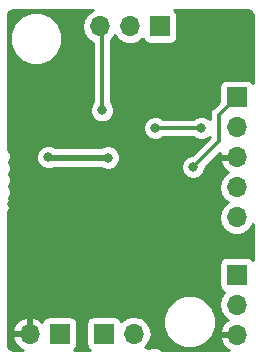
<source format=gbr>
G04 #@! TF.GenerationSoftware,KiCad,Pcbnew,5.0.2-bee76a0~70~ubuntu18.04.1*
G04 #@! TF.CreationDate,2019-07-19T10:46:57+02:00*
G04 #@! TF.ProjectId,AutoGardener_Outdoor,4175746f-4761-4726-9465-6e65725f4f75,rev?*
G04 #@! TF.SameCoordinates,Original*
G04 #@! TF.FileFunction,Copper,L2,Bot*
G04 #@! TF.FilePolarity,Positive*
%FSLAX46Y46*%
G04 Gerber Fmt 4.6, Leading zero omitted, Abs format (unit mm)*
G04 Created by KiCad (PCBNEW 5.0.2-bee76a0~70~ubuntu18.04.1) date Fri 19 Jul 2019 10:46:57 CEST*
%MOMM*%
%LPD*%
G01*
G04 APERTURE LIST*
G04 #@! TA.AperFunction,ComponentPad*
%ADD10O,1.700000X1.700000*%
G04 #@! TD*
G04 #@! TA.AperFunction,ComponentPad*
%ADD11R,1.700000X1.700000*%
G04 #@! TD*
G04 #@! TA.AperFunction,ViaPad*
%ADD12C,0.800000*%
G04 #@! TD*
G04 #@! TA.AperFunction,Conductor*
%ADD13C,0.300000*%
G04 #@! TD*
G04 #@! TA.AperFunction,Conductor*
%ADD14C,0.500000*%
G04 #@! TD*
G04 #@! TA.AperFunction,Conductor*
%ADD15C,0.254000*%
G04 #@! TD*
G04 APERTURE END LIST*
D10*
G04 #@! TO.P,BAT1,2*
G04 #@! TO.N,GND*
X182460000Y-148000000D03*
D11*
G04 #@! TO.P,BAT1,1*
G04 #@! TO.N,+5V*
X185000000Y-148000000D03*
G04 #@! TD*
G04 #@! TO.P,J4,1*
G04 #@! TO.N,+5V*
X188750000Y-148000000D03*
D10*
G04 #@! TO.P,J4,2*
G04 #@! TO.N,Net-(J4-Pad2)*
X191290000Y-148000000D03*
G04 #@! TD*
G04 #@! TO.P,J2,3*
G04 #@! TO.N,GND*
X200000000Y-148080000D03*
G04 #@! TO.P,J2,2*
G04 #@! TO.N,/UART_TX*
X200000000Y-145540000D03*
D11*
G04 #@! TO.P,J2,1*
G04 #@! TO.N,/UART_RX*
X200000000Y-143000000D03*
G04 #@! TD*
G04 #@! TO.P,J3,1*
G04 #@! TO.N,Net-(J3-Pad1)*
X193500000Y-122000000D03*
D10*
G04 #@! TO.P,J3,2*
G04 #@! TO.N,VCC*
X190960000Y-122000000D03*
G04 #@! TO.P,J3,3*
G04 #@! TO.N,/ADC_SOIL1*
X188420000Y-122000000D03*
G04 #@! TD*
D11*
G04 #@! TO.P,J1,1*
G04 #@! TO.N,VCC*
X200000000Y-128000000D03*
D10*
G04 #@! TO.P,J1,2*
G04 #@! TO.N,/SWCLK*
X200000000Y-130540000D03*
G04 #@! TO.P,J1,3*
G04 #@! TO.N,GND*
X200000000Y-133080000D03*
G04 #@! TO.P,J1,4*
G04 #@! TO.N,/SWDIO*
X200000000Y-135620000D03*
G04 #@! TO.P,J1,5*
G04 #@! TO.N,/NRST*
X200000000Y-138160000D03*
G04 #@! TD*
D12*
G04 #@! TO.N,GND*
X181000000Y-126000000D03*
X181000000Y-132000000D03*
X181000000Y-137000000D03*
X181000000Y-142000000D03*
X181000000Y-147000000D03*
X193000000Y-147000000D03*
X181000000Y-121000000D03*
X185000000Y-121000000D03*
X187000000Y-144000000D03*
X187000000Y-146000000D03*
X195000000Y-124000000D03*
X200000000Y-122000000D03*
X190000000Y-125000000D03*
X196000000Y-122000000D03*
X198000000Y-123000000D03*
X186500000Y-126500000D03*
X183000000Y-126500000D03*
X192500000Y-125000000D03*
X191500000Y-129500000D03*
X190000000Y-131500000D03*
X193000000Y-132000000D03*
X196500000Y-144000000D03*
X195000000Y-141500000D03*
X191000000Y-137000000D03*
X193000000Y-145000000D03*
X186000000Y-137500000D03*
G04 #@! TO.N,/NRST*
X197000000Y-130600000D03*
X193100000Y-130600000D03*
G04 #@! TO.N,VCC*
X184037500Y-133062500D03*
X189100000Y-133100000D03*
X196300004Y-133900000D03*
G04 #@! TO.N,/ADC_SOIL1*
X188600000Y-129100000D03*
G04 #@! TD*
D13*
G04 #@! TO.N,/NRST*
X197000000Y-130600000D02*
X193100000Y-130600000D01*
D14*
G04 #@! TO.N,VCC*
X184075000Y-133100000D02*
X184037500Y-133062500D01*
X189100000Y-133100000D02*
X189100000Y-133100000D01*
X189100000Y-133100000D02*
X184075000Y-133100000D01*
D13*
X196700003Y-133500001D02*
X196300004Y-133900000D01*
X198500000Y-131700004D02*
X196700003Y-133500001D01*
X200000000Y-128000000D02*
X198500000Y-129500000D01*
X198500000Y-129500000D02*
X198500000Y-131700004D01*
G04 #@! TO.N,/ADC_SOIL1*
X188600000Y-122180000D02*
X188600000Y-129100000D01*
X188420000Y-122000000D02*
X188600000Y-122180000D01*
G04 #@! TD*
D15*
G04 #@! TO.N,GND*
G36*
X187355142Y-120935142D02*
X187028697Y-121423703D01*
X186914064Y-122000000D01*
X187028697Y-122576297D01*
X187355142Y-123064858D01*
X187823000Y-123377470D01*
X187823001Y-128424602D01*
X187729352Y-128518251D01*
X187573000Y-128895717D01*
X187573000Y-129304283D01*
X187729352Y-129681749D01*
X188018251Y-129970648D01*
X188395717Y-130127000D01*
X188804283Y-130127000D01*
X189181749Y-129970648D01*
X189470648Y-129681749D01*
X189627000Y-129304283D01*
X189627000Y-128895717D01*
X189470648Y-128518251D01*
X189377000Y-128424603D01*
X189377000Y-123136926D01*
X189484858Y-123064858D01*
X189690000Y-122757840D01*
X189895142Y-123064858D01*
X190383703Y-123391303D01*
X190814529Y-123477000D01*
X191105471Y-123477000D01*
X191536297Y-123391303D01*
X192024858Y-123064858D01*
X192046895Y-123031877D01*
X192059380Y-123094643D01*
X192197959Y-123302041D01*
X192405357Y-123440620D01*
X192650000Y-123489283D01*
X194350000Y-123489283D01*
X194594643Y-123440620D01*
X194802041Y-123302041D01*
X194940620Y-123094643D01*
X194989283Y-122850000D01*
X194989283Y-121150000D01*
X194940620Y-120905357D01*
X194802041Y-120697959D01*
X194696592Y-120627500D01*
X200938196Y-120627500D01*
X201137846Y-120667213D01*
X201254704Y-120745295D01*
X201332788Y-120862155D01*
X201372501Y-121061808D01*
X201372500Y-126803409D01*
X201302041Y-126697959D01*
X201094643Y-126559380D01*
X200850000Y-126510717D01*
X199150000Y-126510717D01*
X198905357Y-126559380D01*
X198697959Y-126697959D01*
X198559380Y-126905357D01*
X198510717Y-127150000D01*
X198510717Y-128390440D01*
X198004695Y-128896462D01*
X197939814Y-128939814D01*
X197768082Y-129196831D01*
X197747155Y-129302041D01*
X197707778Y-129500000D01*
X197723000Y-129576526D01*
X197723000Y-129870603D01*
X197581749Y-129729352D01*
X197204283Y-129573000D01*
X196795717Y-129573000D01*
X196418251Y-129729352D01*
X196324603Y-129823000D01*
X193775397Y-129823000D01*
X193681749Y-129729352D01*
X193304283Y-129573000D01*
X192895717Y-129573000D01*
X192518251Y-129729352D01*
X192229352Y-130018251D01*
X192073000Y-130395717D01*
X192073000Y-130804283D01*
X192229352Y-131181749D01*
X192518251Y-131470648D01*
X192895717Y-131627000D01*
X193304283Y-131627000D01*
X193681749Y-131470648D01*
X193775397Y-131377000D01*
X196324603Y-131377000D01*
X196418251Y-131470648D01*
X196795717Y-131627000D01*
X197204283Y-131627000D01*
X197581749Y-131470648D01*
X197723001Y-131329396D01*
X197723001Y-131378159D01*
X196228161Y-132873000D01*
X196095721Y-132873000D01*
X195718255Y-133029352D01*
X195429356Y-133318251D01*
X195273004Y-133695717D01*
X195273004Y-134104283D01*
X195429356Y-134481749D01*
X195718255Y-134770648D01*
X196095721Y-134927000D01*
X196504287Y-134927000D01*
X196881753Y-134770648D01*
X197170652Y-134481749D01*
X197327004Y-134104283D01*
X197327004Y-133971843D01*
X198564470Y-132734377D01*
X198679845Y-132953000D01*
X199873000Y-132953000D01*
X199873000Y-132933000D01*
X200127000Y-132933000D01*
X200127000Y-132953000D01*
X200147000Y-132953000D01*
X200147000Y-133207000D01*
X200127000Y-133207000D01*
X200127000Y-133227000D01*
X199873000Y-133227000D01*
X199873000Y-133207000D01*
X198679845Y-133207000D01*
X198558524Y-133436890D01*
X198728355Y-133846924D01*
X199118642Y-134275183D01*
X199256934Y-134340128D01*
X198935142Y-134555142D01*
X198608697Y-135043703D01*
X198494064Y-135620000D01*
X198608697Y-136196297D01*
X198935142Y-136684858D01*
X199242160Y-136890000D01*
X198935142Y-137095142D01*
X198608697Y-137583703D01*
X198494064Y-138160000D01*
X198608697Y-138736297D01*
X198935142Y-139224858D01*
X199423703Y-139551303D01*
X199854529Y-139637000D01*
X200145471Y-139637000D01*
X200576297Y-139551303D01*
X201064858Y-139224858D01*
X201372500Y-138764438D01*
X201372500Y-141803409D01*
X201302041Y-141697959D01*
X201094643Y-141559380D01*
X200850000Y-141510717D01*
X199150000Y-141510717D01*
X198905357Y-141559380D01*
X198697959Y-141697959D01*
X198559380Y-141905357D01*
X198510717Y-142150000D01*
X198510717Y-143850000D01*
X198559380Y-144094643D01*
X198697959Y-144302041D01*
X198905357Y-144440620D01*
X198968123Y-144453105D01*
X198935142Y-144475142D01*
X198608697Y-144963703D01*
X198494064Y-145540000D01*
X198608697Y-146116297D01*
X198935142Y-146604858D01*
X199256934Y-146819872D01*
X199118642Y-146884817D01*
X198728355Y-147313076D01*
X198558524Y-147723110D01*
X198679845Y-147953000D01*
X199873000Y-147953000D01*
X199873000Y-147933000D01*
X200127000Y-147933000D01*
X200127000Y-147953000D01*
X200147000Y-147953000D01*
X200147000Y-148207000D01*
X200127000Y-148207000D01*
X200127000Y-148227000D01*
X199873000Y-148227000D01*
X199873000Y-148207000D01*
X198679845Y-148207000D01*
X198558524Y-148436890D01*
X198728355Y-148846924D01*
X199118642Y-149275183D01*
X199325864Y-149372500D01*
X193688199Y-149372500D01*
X193627584Y-149384557D01*
X193627581Y-149384557D01*
X193625279Y-149385015D01*
X193496780Y-149256516D01*
X193174446Y-149123000D01*
X192825554Y-149123000D01*
X192503220Y-149256516D01*
X192500000Y-149259736D01*
X192496780Y-149256516D01*
X192232101Y-149146882D01*
X192354858Y-149064858D01*
X192681303Y-148576297D01*
X192795936Y-148000000D01*
X192681303Y-147423703D01*
X192354858Y-146935142D01*
X191866297Y-146608697D01*
X191606511Y-146557022D01*
X193773000Y-146557022D01*
X193773000Y-147442978D01*
X194112040Y-148261494D01*
X194738506Y-148887960D01*
X195557022Y-149227000D01*
X196442978Y-149227000D01*
X197261494Y-148887960D01*
X197887960Y-148261494D01*
X198227000Y-147442978D01*
X198227000Y-146557022D01*
X197887960Y-145738506D01*
X197261494Y-145112040D01*
X196442978Y-144773000D01*
X195557022Y-144773000D01*
X194738506Y-145112040D01*
X194112040Y-145738506D01*
X193773000Y-146557022D01*
X191606511Y-146557022D01*
X191435471Y-146523000D01*
X191144529Y-146523000D01*
X190713703Y-146608697D01*
X190225142Y-146935142D01*
X190203105Y-146968123D01*
X190190620Y-146905357D01*
X190052041Y-146697959D01*
X189844643Y-146559380D01*
X189600000Y-146510717D01*
X187900000Y-146510717D01*
X187655357Y-146559380D01*
X187447959Y-146697959D01*
X187309380Y-146905357D01*
X187260717Y-147150000D01*
X187260717Y-148850000D01*
X187309380Y-149094643D01*
X187447959Y-149302041D01*
X187553408Y-149372500D01*
X186196592Y-149372500D01*
X186302041Y-149302041D01*
X186440620Y-149094643D01*
X186489283Y-148850000D01*
X186489283Y-147150000D01*
X186440620Y-146905357D01*
X186302041Y-146697959D01*
X186094643Y-146559380D01*
X185850000Y-146510717D01*
X184150000Y-146510717D01*
X183905357Y-146559380D01*
X183697959Y-146697959D01*
X183559380Y-146905357D01*
X183538167Y-147012001D01*
X183226924Y-146728355D01*
X182816890Y-146558524D01*
X182587000Y-146679845D01*
X182587000Y-147873000D01*
X182607000Y-147873000D01*
X182607000Y-148127000D01*
X182587000Y-148127000D01*
X182587000Y-148147000D01*
X182333000Y-148147000D01*
X182333000Y-148127000D01*
X181139181Y-148127000D01*
X181018514Y-148356892D01*
X181264817Y-148881358D01*
X181693076Y-149271645D01*
X181936577Y-149372500D01*
X181061803Y-149372500D01*
X180862155Y-149332788D01*
X180745295Y-149254704D01*
X180667213Y-149137846D01*
X180627500Y-148938196D01*
X180627500Y-147643108D01*
X181018514Y-147643108D01*
X181139181Y-147873000D01*
X182333000Y-147873000D01*
X182333000Y-146679845D01*
X182103110Y-146558524D01*
X181693076Y-146728355D01*
X181264817Y-147118642D01*
X181018514Y-147643108D01*
X180627500Y-147643108D01*
X180627500Y-137688199D01*
X180615443Y-137627584D01*
X180615443Y-137627581D01*
X180614985Y-137625279D01*
X180743484Y-137496780D01*
X180877000Y-137174446D01*
X180877000Y-136825554D01*
X180743484Y-136503220D01*
X180740264Y-136500000D01*
X180743484Y-136496780D01*
X180877000Y-136174446D01*
X180877000Y-135825554D01*
X180743484Y-135503220D01*
X180740264Y-135500000D01*
X180743484Y-135496780D01*
X180877000Y-135174446D01*
X180877000Y-134825554D01*
X180743484Y-134503220D01*
X180740264Y-134500000D01*
X180743484Y-134496780D01*
X180877000Y-134174446D01*
X180877000Y-133825554D01*
X180743484Y-133503220D01*
X180740264Y-133500000D01*
X180743484Y-133496780D01*
X180877000Y-133174446D01*
X180877000Y-132858217D01*
X183010500Y-132858217D01*
X183010500Y-133266783D01*
X183166852Y-133644249D01*
X183455751Y-133933148D01*
X183833217Y-134089500D01*
X184241783Y-134089500D01*
X184513381Y-133977000D01*
X188533586Y-133977000D01*
X188895717Y-134127000D01*
X189304283Y-134127000D01*
X189681749Y-133970648D01*
X189970648Y-133681749D01*
X190127000Y-133304283D01*
X190127000Y-132895717D01*
X189970648Y-132518251D01*
X189681749Y-132229352D01*
X189304283Y-132073000D01*
X188895717Y-132073000D01*
X188533586Y-132223000D01*
X184650397Y-132223000D01*
X184619249Y-132191852D01*
X184241783Y-132035500D01*
X183833217Y-132035500D01*
X183455751Y-132191852D01*
X183166852Y-132480751D01*
X183010500Y-132858217D01*
X180877000Y-132858217D01*
X180877000Y-132825554D01*
X180743484Y-132503220D01*
X180614985Y-132374721D01*
X180615443Y-132372419D01*
X180615443Y-132372416D01*
X180627500Y-132311801D01*
X180627500Y-122557022D01*
X180773000Y-122557022D01*
X180773000Y-123442978D01*
X181112040Y-124261494D01*
X181738506Y-124887960D01*
X182557022Y-125227000D01*
X183442978Y-125227000D01*
X184261494Y-124887960D01*
X184887960Y-124261494D01*
X185227000Y-123442978D01*
X185227000Y-122557022D01*
X184887960Y-121738506D01*
X184261494Y-121112040D01*
X183442978Y-120773000D01*
X182557022Y-120773000D01*
X181738506Y-121112040D01*
X181112040Y-121738506D01*
X180773000Y-122557022D01*
X180627500Y-122557022D01*
X180627500Y-121061804D01*
X180667213Y-120862154D01*
X180745295Y-120745296D01*
X180862155Y-120667212D01*
X181061803Y-120627500D01*
X187815562Y-120627500D01*
X187355142Y-120935142D01*
X187355142Y-120935142D01*
G37*
X187355142Y-120935142D02*
X187028697Y-121423703D01*
X186914064Y-122000000D01*
X187028697Y-122576297D01*
X187355142Y-123064858D01*
X187823000Y-123377470D01*
X187823001Y-128424602D01*
X187729352Y-128518251D01*
X187573000Y-128895717D01*
X187573000Y-129304283D01*
X187729352Y-129681749D01*
X188018251Y-129970648D01*
X188395717Y-130127000D01*
X188804283Y-130127000D01*
X189181749Y-129970648D01*
X189470648Y-129681749D01*
X189627000Y-129304283D01*
X189627000Y-128895717D01*
X189470648Y-128518251D01*
X189377000Y-128424603D01*
X189377000Y-123136926D01*
X189484858Y-123064858D01*
X189690000Y-122757840D01*
X189895142Y-123064858D01*
X190383703Y-123391303D01*
X190814529Y-123477000D01*
X191105471Y-123477000D01*
X191536297Y-123391303D01*
X192024858Y-123064858D01*
X192046895Y-123031877D01*
X192059380Y-123094643D01*
X192197959Y-123302041D01*
X192405357Y-123440620D01*
X192650000Y-123489283D01*
X194350000Y-123489283D01*
X194594643Y-123440620D01*
X194802041Y-123302041D01*
X194940620Y-123094643D01*
X194989283Y-122850000D01*
X194989283Y-121150000D01*
X194940620Y-120905357D01*
X194802041Y-120697959D01*
X194696592Y-120627500D01*
X200938196Y-120627500D01*
X201137846Y-120667213D01*
X201254704Y-120745295D01*
X201332788Y-120862155D01*
X201372501Y-121061808D01*
X201372500Y-126803409D01*
X201302041Y-126697959D01*
X201094643Y-126559380D01*
X200850000Y-126510717D01*
X199150000Y-126510717D01*
X198905357Y-126559380D01*
X198697959Y-126697959D01*
X198559380Y-126905357D01*
X198510717Y-127150000D01*
X198510717Y-128390440D01*
X198004695Y-128896462D01*
X197939814Y-128939814D01*
X197768082Y-129196831D01*
X197747155Y-129302041D01*
X197707778Y-129500000D01*
X197723000Y-129576526D01*
X197723000Y-129870603D01*
X197581749Y-129729352D01*
X197204283Y-129573000D01*
X196795717Y-129573000D01*
X196418251Y-129729352D01*
X196324603Y-129823000D01*
X193775397Y-129823000D01*
X193681749Y-129729352D01*
X193304283Y-129573000D01*
X192895717Y-129573000D01*
X192518251Y-129729352D01*
X192229352Y-130018251D01*
X192073000Y-130395717D01*
X192073000Y-130804283D01*
X192229352Y-131181749D01*
X192518251Y-131470648D01*
X192895717Y-131627000D01*
X193304283Y-131627000D01*
X193681749Y-131470648D01*
X193775397Y-131377000D01*
X196324603Y-131377000D01*
X196418251Y-131470648D01*
X196795717Y-131627000D01*
X197204283Y-131627000D01*
X197581749Y-131470648D01*
X197723001Y-131329396D01*
X197723001Y-131378159D01*
X196228161Y-132873000D01*
X196095721Y-132873000D01*
X195718255Y-133029352D01*
X195429356Y-133318251D01*
X195273004Y-133695717D01*
X195273004Y-134104283D01*
X195429356Y-134481749D01*
X195718255Y-134770648D01*
X196095721Y-134927000D01*
X196504287Y-134927000D01*
X196881753Y-134770648D01*
X197170652Y-134481749D01*
X197327004Y-134104283D01*
X197327004Y-133971843D01*
X198564470Y-132734377D01*
X198679845Y-132953000D01*
X199873000Y-132953000D01*
X199873000Y-132933000D01*
X200127000Y-132933000D01*
X200127000Y-132953000D01*
X200147000Y-132953000D01*
X200147000Y-133207000D01*
X200127000Y-133207000D01*
X200127000Y-133227000D01*
X199873000Y-133227000D01*
X199873000Y-133207000D01*
X198679845Y-133207000D01*
X198558524Y-133436890D01*
X198728355Y-133846924D01*
X199118642Y-134275183D01*
X199256934Y-134340128D01*
X198935142Y-134555142D01*
X198608697Y-135043703D01*
X198494064Y-135620000D01*
X198608697Y-136196297D01*
X198935142Y-136684858D01*
X199242160Y-136890000D01*
X198935142Y-137095142D01*
X198608697Y-137583703D01*
X198494064Y-138160000D01*
X198608697Y-138736297D01*
X198935142Y-139224858D01*
X199423703Y-139551303D01*
X199854529Y-139637000D01*
X200145471Y-139637000D01*
X200576297Y-139551303D01*
X201064858Y-139224858D01*
X201372500Y-138764438D01*
X201372500Y-141803409D01*
X201302041Y-141697959D01*
X201094643Y-141559380D01*
X200850000Y-141510717D01*
X199150000Y-141510717D01*
X198905357Y-141559380D01*
X198697959Y-141697959D01*
X198559380Y-141905357D01*
X198510717Y-142150000D01*
X198510717Y-143850000D01*
X198559380Y-144094643D01*
X198697959Y-144302041D01*
X198905357Y-144440620D01*
X198968123Y-144453105D01*
X198935142Y-144475142D01*
X198608697Y-144963703D01*
X198494064Y-145540000D01*
X198608697Y-146116297D01*
X198935142Y-146604858D01*
X199256934Y-146819872D01*
X199118642Y-146884817D01*
X198728355Y-147313076D01*
X198558524Y-147723110D01*
X198679845Y-147953000D01*
X199873000Y-147953000D01*
X199873000Y-147933000D01*
X200127000Y-147933000D01*
X200127000Y-147953000D01*
X200147000Y-147953000D01*
X200147000Y-148207000D01*
X200127000Y-148207000D01*
X200127000Y-148227000D01*
X199873000Y-148227000D01*
X199873000Y-148207000D01*
X198679845Y-148207000D01*
X198558524Y-148436890D01*
X198728355Y-148846924D01*
X199118642Y-149275183D01*
X199325864Y-149372500D01*
X193688199Y-149372500D01*
X193627584Y-149384557D01*
X193627581Y-149384557D01*
X193625279Y-149385015D01*
X193496780Y-149256516D01*
X193174446Y-149123000D01*
X192825554Y-149123000D01*
X192503220Y-149256516D01*
X192500000Y-149259736D01*
X192496780Y-149256516D01*
X192232101Y-149146882D01*
X192354858Y-149064858D01*
X192681303Y-148576297D01*
X192795936Y-148000000D01*
X192681303Y-147423703D01*
X192354858Y-146935142D01*
X191866297Y-146608697D01*
X191606511Y-146557022D01*
X193773000Y-146557022D01*
X193773000Y-147442978D01*
X194112040Y-148261494D01*
X194738506Y-148887960D01*
X195557022Y-149227000D01*
X196442978Y-149227000D01*
X197261494Y-148887960D01*
X197887960Y-148261494D01*
X198227000Y-147442978D01*
X198227000Y-146557022D01*
X197887960Y-145738506D01*
X197261494Y-145112040D01*
X196442978Y-144773000D01*
X195557022Y-144773000D01*
X194738506Y-145112040D01*
X194112040Y-145738506D01*
X193773000Y-146557022D01*
X191606511Y-146557022D01*
X191435471Y-146523000D01*
X191144529Y-146523000D01*
X190713703Y-146608697D01*
X190225142Y-146935142D01*
X190203105Y-146968123D01*
X190190620Y-146905357D01*
X190052041Y-146697959D01*
X189844643Y-146559380D01*
X189600000Y-146510717D01*
X187900000Y-146510717D01*
X187655357Y-146559380D01*
X187447959Y-146697959D01*
X187309380Y-146905357D01*
X187260717Y-147150000D01*
X187260717Y-148850000D01*
X187309380Y-149094643D01*
X187447959Y-149302041D01*
X187553408Y-149372500D01*
X186196592Y-149372500D01*
X186302041Y-149302041D01*
X186440620Y-149094643D01*
X186489283Y-148850000D01*
X186489283Y-147150000D01*
X186440620Y-146905357D01*
X186302041Y-146697959D01*
X186094643Y-146559380D01*
X185850000Y-146510717D01*
X184150000Y-146510717D01*
X183905357Y-146559380D01*
X183697959Y-146697959D01*
X183559380Y-146905357D01*
X183538167Y-147012001D01*
X183226924Y-146728355D01*
X182816890Y-146558524D01*
X182587000Y-146679845D01*
X182587000Y-147873000D01*
X182607000Y-147873000D01*
X182607000Y-148127000D01*
X182587000Y-148127000D01*
X182587000Y-148147000D01*
X182333000Y-148147000D01*
X182333000Y-148127000D01*
X181139181Y-148127000D01*
X181018514Y-148356892D01*
X181264817Y-148881358D01*
X181693076Y-149271645D01*
X181936577Y-149372500D01*
X181061803Y-149372500D01*
X180862155Y-149332788D01*
X180745295Y-149254704D01*
X180667213Y-149137846D01*
X180627500Y-148938196D01*
X180627500Y-147643108D01*
X181018514Y-147643108D01*
X181139181Y-147873000D01*
X182333000Y-147873000D01*
X182333000Y-146679845D01*
X182103110Y-146558524D01*
X181693076Y-146728355D01*
X181264817Y-147118642D01*
X181018514Y-147643108D01*
X180627500Y-147643108D01*
X180627500Y-137688199D01*
X180615443Y-137627584D01*
X180615443Y-137627581D01*
X180614985Y-137625279D01*
X180743484Y-137496780D01*
X180877000Y-137174446D01*
X180877000Y-136825554D01*
X180743484Y-136503220D01*
X180740264Y-136500000D01*
X180743484Y-136496780D01*
X180877000Y-136174446D01*
X180877000Y-135825554D01*
X180743484Y-135503220D01*
X180740264Y-135500000D01*
X180743484Y-135496780D01*
X180877000Y-135174446D01*
X180877000Y-134825554D01*
X180743484Y-134503220D01*
X180740264Y-134500000D01*
X180743484Y-134496780D01*
X180877000Y-134174446D01*
X180877000Y-133825554D01*
X180743484Y-133503220D01*
X180740264Y-133500000D01*
X180743484Y-133496780D01*
X180877000Y-133174446D01*
X180877000Y-132858217D01*
X183010500Y-132858217D01*
X183010500Y-133266783D01*
X183166852Y-133644249D01*
X183455751Y-133933148D01*
X183833217Y-134089500D01*
X184241783Y-134089500D01*
X184513381Y-133977000D01*
X188533586Y-133977000D01*
X188895717Y-134127000D01*
X189304283Y-134127000D01*
X189681749Y-133970648D01*
X189970648Y-133681749D01*
X190127000Y-133304283D01*
X190127000Y-132895717D01*
X189970648Y-132518251D01*
X189681749Y-132229352D01*
X189304283Y-132073000D01*
X188895717Y-132073000D01*
X188533586Y-132223000D01*
X184650397Y-132223000D01*
X184619249Y-132191852D01*
X184241783Y-132035500D01*
X183833217Y-132035500D01*
X183455751Y-132191852D01*
X183166852Y-132480751D01*
X183010500Y-132858217D01*
X180877000Y-132858217D01*
X180877000Y-132825554D01*
X180743484Y-132503220D01*
X180614985Y-132374721D01*
X180615443Y-132372419D01*
X180615443Y-132372416D01*
X180627500Y-132311801D01*
X180627500Y-122557022D01*
X180773000Y-122557022D01*
X180773000Y-123442978D01*
X181112040Y-124261494D01*
X181738506Y-124887960D01*
X182557022Y-125227000D01*
X183442978Y-125227000D01*
X184261494Y-124887960D01*
X184887960Y-124261494D01*
X185227000Y-123442978D01*
X185227000Y-122557022D01*
X184887960Y-121738506D01*
X184261494Y-121112040D01*
X183442978Y-120773000D01*
X182557022Y-120773000D01*
X181738506Y-121112040D01*
X181112040Y-121738506D01*
X180773000Y-122557022D01*
X180627500Y-122557022D01*
X180627500Y-121061804D01*
X180667213Y-120862154D01*
X180745295Y-120745296D01*
X180862155Y-120667212D01*
X181061803Y-120627500D01*
X187815562Y-120627500D01*
X187355142Y-120935142D01*
G04 #@! TD*
M02*

</source>
